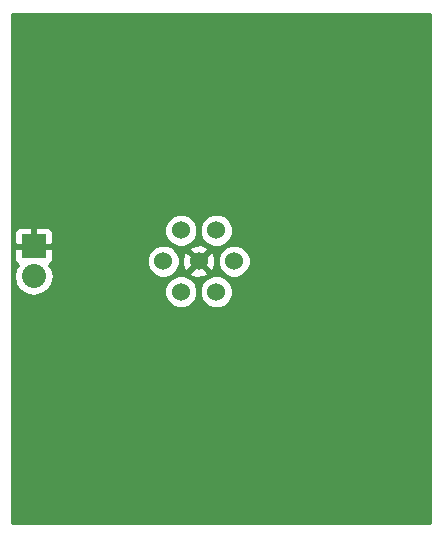
<source format=gbr>
G04 #@! TF.FileFunction,Copper,L2,Bot,Signal*
%FSLAX46Y46*%
G04 Gerber Fmt 4.6, Leading zero omitted, Abs format (unit mm)*
G04 Created by KiCad (PCBNEW 4.0.0-rc1-stable) date 10/17/2015 6:04:29 PM*
%MOMM*%
G01*
G04 APERTURE LIST*
%ADD10C,0.100000*%
%ADD11R,2.032000X2.032000*%
%ADD12O,2.032000X2.032000*%
%ADD13C,1.524000*%
%ADD14C,0.254000*%
G04 APERTURE END LIST*
D10*
D11*
X133350000Y-129540000D03*
D12*
X133350000Y-132080000D03*
D13*
X147320000Y-130810000D03*
X144320000Y-130810000D03*
X145820000Y-128212000D03*
X148820000Y-128212000D03*
X150320000Y-130810000D03*
X148820000Y-133408000D03*
X145820000Y-133408000D03*
D14*
G36*
X166930000Y-152960000D02*
X131520000Y-152960000D01*
X131520000Y-132080000D01*
X131666655Y-132080000D01*
X131792330Y-132711810D01*
X132150222Y-133247433D01*
X132685845Y-133605325D01*
X133317655Y-133731000D01*
X133382345Y-133731000D01*
X133615306Y-133684661D01*
X144422758Y-133684661D01*
X144634990Y-134198303D01*
X145027630Y-134591629D01*
X145540900Y-134804757D01*
X146096661Y-134805242D01*
X146610303Y-134593010D01*
X147003629Y-134200370D01*
X147216757Y-133687100D01*
X147216759Y-133684661D01*
X147422758Y-133684661D01*
X147634990Y-134198303D01*
X148027630Y-134591629D01*
X148540900Y-134804757D01*
X149096661Y-134805242D01*
X149610303Y-134593010D01*
X150003629Y-134200370D01*
X150216757Y-133687100D01*
X150217242Y-133131339D01*
X150005010Y-132617697D01*
X149612370Y-132224371D01*
X149099100Y-132011243D01*
X148543339Y-132010758D01*
X148029697Y-132222990D01*
X147636371Y-132615630D01*
X147423243Y-133128900D01*
X147422758Y-133684661D01*
X147216759Y-133684661D01*
X147217242Y-133131339D01*
X147005010Y-132617697D01*
X146612370Y-132224371D01*
X146099100Y-132011243D01*
X145543339Y-132010758D01*
X145029697Y-132222990D01*
X144636371Y-132615630D01*
X144423243Y-133128900D01*
X144422758Y-133684661D01*
X133615306Y-133684661D01*
X134014155Y-133605325D01*
X134549778Y-133247433D01*
X134907670Y-132711810D01*
X135033345Y-132080000D01*
X134907670Y-131448190D01*
X134683034Y-131111999D01*
X134725698Y-131094327D01*
X134733364Y-131086661D01*
X142922758Y-131086661D01*
X143134990Y-131600303D01*
X143527630Y-131993629D01*
X144040900Y-132206757D01*
X144596661Y-132207242D01*
X145110303Y-131995010D01*
X145315457Y-131790213D01*
X146519392Y-131790213D01*
X146588857Y-132032397D01*
X147112302Y-132219144D01*
X147667368Y-132191362D01*
X148051143Y-132032397D01*
X148120608Y-131790213D01*
X147320000Y-130989605D01*
X146519392Y-131790213D01*
X145315457Y-131790213D01*
X145503629Y-131602370D01*
X145716757Y-131089100D01*
X145717181Y-130602302D01*
X145910856Y-130602302D01*
X145938638Y-131157368D01*
X146097603Y-131541143D01*
X146339787Y-131610608D01*
X147140395Y-130810000D01*
X147499605Y-130810000D01*
X148300213Y-131610608D01*
X148542397Y-131541143D01*
X148704540Y-131086661D01*
X148922758Y-131086661D01*
X149134990Y-131600303D01*
X149527630Y-131993629D01*
X150040900Y-132206757D01*
X150596661Y-132207242D01*
X151110303Y-131995010D01*
X151503629Y-131602370D01*
X151716757Y-131089100D01*
X151717242Y-130533339D01*
X151505010Y-130019697D01*
X151112370Y-129626371D01*
X150599100Y-129413243D01*
X150043339Y-129412758D01*
X149529697Y-129624990D01*
X149136371Y-130017630D01*
X148923243Y-130530900D01*
X148922758Y-131086661D01*
X148704540Y-131086661D01*
X148729144Y-131017698D01*
X148701362Y-130462632D01*
X148542397Y-130078857D01*
X148300213Y-130009392D01*
X147499605Y-130810000D01*
X147140395Y-130810000D01*
X146339787Y-130009392D01*
X146097603Y-130078857D01*
X145910856Y-130602302D01*
X145717181Y-130602302D01*
X145717242Y-130533339D01*
X145505010Y-130019697D01*
X145315432Y-129829787D01*
X146519392Y-129829787D01*
X147320000Y-130630395D01*
X148120608Y-129829787D01*
X148051143Y-129587603D01*
X147527698Y-129400856D01*
X146972632Y-129428638D01*
X146588857Y-129587603D01*
X146519392Y-129829787D01*
X145315432Y-129829787D01*
X145112370Y-129626371D01*
X144599100Y-129413243D01*
X144043339Y-129412758D01*
X143529697Y-129624990D01*
X143136371Y-130017630D01*
X142923243Y-130530900D01*
X142922758Y-131086661D01*
X134733364Y-131086661D01*
X134904327Y-130915699D01*
X135001000Y-130682310D01*
X135001000Y-129825750D01*
X134842250Y-129667000D01*
X133477000Y-129667000D01*
X133477000Y-129687000D01*
X133223000Y-129687000D01*
X133223000Y-129667000D01*
X131857750Y-129667000D01*
X131699000Y-129825750D01*
X131699000Y-130682310D01*
X131795673Y-130915699D01*
X131974302Y-131094327D01*
X132016966Y-131111999D01*
X131792330Y-131448190D01*
X131666655Y-132080000D01*
X131520000Y-132080000D01*
X131520000Y-128397690D01*
X131699000Y-128397690D01*
X131699000Y-129254250D01*
X131857750Y-129413000D01*
X133223000Y-129413000D01*
X133223000Y-128047750D01*
X133477000Y-128047750D01*
X133477000Y-129413000D01*
X134842250Y-129413000D01*
X135001000Y-129254250D01*
X135001000Y-128488661D01*
X144422758Y-128488661D01*
X144634990Y-129002303D01*
X145027630Y-129395629D01*
X145540900Y-129608757D01*
X146096661Y-129609242D01*
X146610303Y-129397010D01*
X147003629Y-129004370D01*
X147216757Y-128491100D01*
X147216759Y-128488661D01*
X147422758Y-128488661D01*
X147634990Y-129002303D01*
X148027630Y-129395629D01*
X148540900Y-129608757D01*
X149096661Y-129609242D01*
X149610303Y-129397010D01*
X150003629Y-129004370D01*
X150216757Y-128491100D01*
X150217242Y-127935339D01*
X150005010Y-127421697D01*
X149612370Y-127028371D01*
X149099100Y-126815243D01*
X148543339Y-126814758D01*
X148029697Y-127026990D01*
X147636371Y-127419630D01*
X147423243Y-127932900D01*
X147422758Y-128488661D01*
X147216759Y-128488661D01*
X147217242Y-127935339D01*
X147005010Y-127421697D01*
X146612370Y-127028371D01*
X146099100Y-126815243D01*
X145543339Y-126814758D01*
X145029697Y-127026990D01*
X144636371Y-127419630D01*
X144423243Y-127932900D01*
X144422758Y-128488661D01*
X135001000Y-128488661D01*
X135001000Y-128397690D01*
X134904327Y-128164301D01*
X134725698Y-127985673D01*
X134492309Y-127889000D01*
X133635750Y-127889000D01*
X133477000Y-128047750D01*
X133223000Y-128047750D01*
X133064250Y-127889000D01*
X132207691Y-127889000D01*
X131974302Y-127985673D01*
X131795673Y-128164301D01*
X131699000Y-128397690D01*
X131520000Y-128397690D01*
X131520000Y-109930000D01*
X166930000Y-109930000D01*
X166930000Y-152960000D01*
X166930000Y-152960000D01*
G37*
X166930000Y-152960000D02*
X131520000Y-152960000D01*
X131520000Y-132080000D01*
X131666655Y-132080000D01*
X131792330Y-132711810D01*
X132150222Y-133247433D01*
X132685845Y-133605325D01*
X133317655Y-133731000D01*
X133382345Y-133731000D01*
X133615306Y-133684661D01*
X144422758Y-133684661D01*
X144634990Y-134198303D01*
X145027630Y-134591629D01*
X145540900Y-134804757D01*
X146096661Y-134805242D01*
X146610303Y-134593010D01*
X147003629Y-134200370D01*
X147216757Y-133687100D01*
X147216759Y-133684661D01*
X147422758Y-133684661D01*
X147634990Y-134198303D01*
X148027630Y-134591629D01*
X148540900Y-134804757D01*
X149096661Y-134805242D01*
X149610303Y-134593010D01*
X150003629Y-134200370D01*
X150216757Y-133687100D01*
X150217242Y-133131339D01*
X150005010Y-132617697D01*
X149612370Y-132224371D01*
X149099100Y-132011243D01*
X148543339Y-132010758D01*
X148029697Y-132222990D01*
X147636371Y-132615630D01*
X147423243Y-133128900D01*
X147422758Y-133684661D01*
X147216759Y-133684661D01*
X147217242Y-133131339D01*
X147005010Y-132617697D01*
X146612370Y-132224371D01*
X146099100Y-132011243D01*
X145543339Y-132010758D01*
X145029697Y-132222990D01*
X144636371Y-132615630D01*
X144423243Y-133128900D01*
X144422758Y-133684661D01*
X133615306Y-133684661D01*
X134014155Y-133605325D01*
X134549778Y-133247433D01*
X134907670Y-132711810D01*
X135033345Y-132080000D01*
X134907670Y-131448190D01*
X134683034Y-131111999D01*
X134725698Y-131094327D01*
X134733364Y-131086661D01*
X142922758Y-131086661D01*
X143134990Y-131600303D01*
X143527630Y-131993629D01*
X144040900Y-132206757D01*
X144596661Y-132207242D01*
X145110303Y-131995010D01*
X145315457Y-131790213D01*
X146519392Y-131790213D01*
X146588857Y-132032397D01*
X147112302Y-132219144D01*
X147667368Y-132191362D01*
X148051143Y-132032397D01*
X148120608Y-131790213D01*
X147320000Y-130989605D01*
X146519392Y-131790213D01*
X145315457Y-131790213D01*
X145503629Y-131602370D01*
X145716757Y-131089100D01*
X145717181Y-130602302D01*
X145910856Y-130602302D01*
X145938638Y-131157368D01*
X146097603Y-131541143D01*
X146339787Y-131610608D01*
X147140395Y-130810000D01*
X147499605Y-130810000D01*
X148300213Y-131610608D01*
X148542397Y-131541143D01*
X148704540Y-131086661D01*
X148922758Y-131086661D01*
X149134990Y-131600303D01*
X149527630Y-131993629D01*
X150040900Y-132206757D01*
X150596661Y-132207242D01*
X151110303Y-131995010D01*
X151503629Y-131602370D01*
X151716757Y-131089100D01*
X151717242Y-130533339D01*
X151505010Y-130019697D01*
X151112370Y-129626371D01*
X150599100Y-129413243D01*
X150043339Y-129412758D01*
X149529697Y-129624990D01*
X149136371Y-130017630D01*
X148923243Y-130530900D01*
X148922758Y-131086661D01*
X148704540Y-131086661D01*
X148729144Y-131017698D01*
X148701362Y-130462632D01*
X148542397Y-130078857D01*
X148300213Y-130009392D01*
X147499605Y-130810000D01*
X147140395Y-130810000D01*
X146339787Y-130009392D01*
X146097603Y-130078857D01*
X145910856Y-130602302D01*
X145717181Y-130602302D01*
X145717242Y-130533339D01*
X145505010Y-130019697D01*
X145315432Y-129829787D01*
X146519392Y-129829787D01*
X147320000Y-130630395D01*
X148120608Y-129829787D01*
X148051143Y-129587603D01*
X147527698Y-129400856D01*
X146972632Y-129428638D01*
X146588857Y-129587603D01*
X146519392Y-129829787D01*
X145315432Y-129829787D01*
X145112370Y-129626371D01*
X144599100Y-129413243D01*
X144043339Y-129412758D01*
X143529697Y-129624990D01*
X143136371Y-130017630D01*
X142923243Y-130530900D01*
X142922758Y-131086661D01*
X134733364Y-131086661D01*
X134904327Y-130915699D01*
X135001000Y-130682310D01*
X135001000Y-129825750D01*
X134842250Y-129667000D01*
X133477000Y-129667000D01*
X133477000Y-129687000D01*
X133223000Y-129687000D01*
X133223000Y-129667000D01*
X131857750Y-129667000D01*
X131699000Y-129825750D01*
X131699000Y-130682310D01*
X131795673Y-130915699D01*
X131974302Y-131094327D01*
X132016966Y-131111999D01*
X131792330Y-131448190D01*
X131666655Y-132080000D01*
X131520000Y-132080000D01*
X131520000Y-128397690D01*
X131699000Y-128397690D01*
X131699000Y-129254250D01*
X131857750Y-129413000D01*
X133223000Y-129413000D01*
X133223000Y-128047750D01*
X133477000Y-128047750D01*
X133477000Y-129413000D01*
X134842250Y-129413000D01*
X135001000Y-129254250D01*
X135001000Y-128488661D01*
X144422758Y-128488661D01*
X144634990Y-129002303D01*
X145027630Y-129395629D01*
X145540900Y-129608757D01*
X146096661Y-129609242D01*
X146610303Y-129397010D01*
X147003629Y-129004370D01*
X147216757Y-128491100D01*
X147216759Y-128488661D01*
X147422758Y-128488661D01*
X147634990Y-129002303D01*
X148027630Y-129395629D01*
X148540900Y-129608757D01*
X149096661Y-129609242D01*
X149610303Y-129397010D01*
X150003629Y-129004370D01*
X150216757Y-128491100D01*
X150217242Y-127935339D01*
X150005010Y-127421697D01*
X149612370Y-127028371D01*
X149099100Y-126815243D01*
X148543339Y-126814758D01*
X148029697Y-127026990D01*
X147636371Y-127419630D01*
X147423243Y-127932900D01*
X147422758Y-128488661D01*
X147216759Y-128488661D01*
X147217242Y-127935339D01*
X147005010Y-127421697D01*
X146612370Y-127028371D01*
X146099100Y-126815243D01*
X145543339Y-126814758D01*
X145029697Y-127026990D01*
X144636371Y-127419630D01*
X144423243Y-127932900D01*
X144422758Y-128488661D01*
X135001000Y-128488661D01*
X135001000Y-128397690D01*
X134904327Y-128164301D01*
X134725698Y-127985673D01*
X134492309Y-127889000D01*
X133635750Y-127889000D01*
X133477000Y-128047750D01*
X133223000Y-128047750D01*
X133064250Y-127889000D01*
X132207691Y-127889000D01*
X131974302Y-127985673D01*
X131795673Y-128164301D01*
X131699000Y-128397690D01*
X131520000Y-128397690D01*
X131520000Y-109930000D01*
X166930000Y-109930000D01*
X166930000Y-152960000D01*
M02*

</source>
